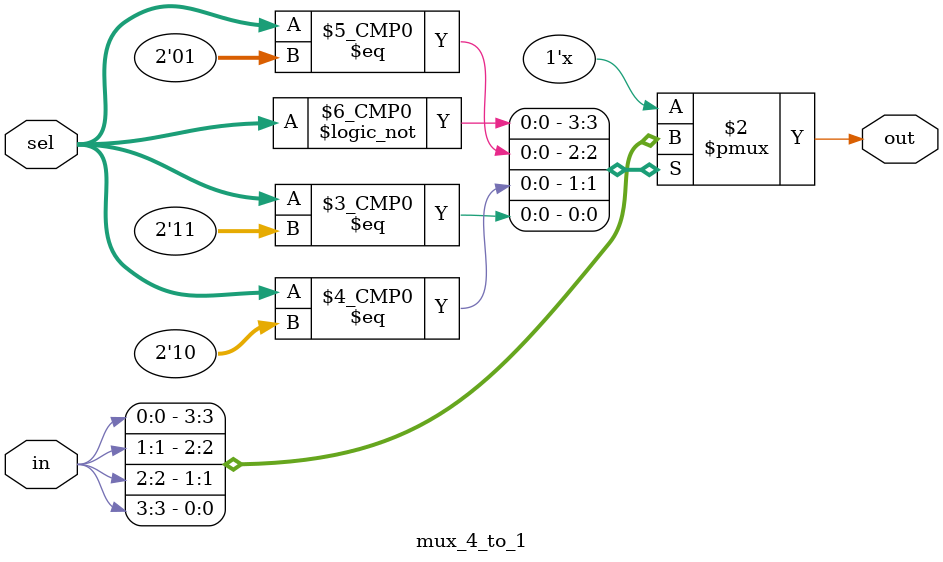
<source format=v>
module mux_4_to_1 (
    input [3:0] in,
    input [1:0] sel,
    output reg out
);

always @(*) begin
    case (sel)
        2'b00 : out = in[0];
        2'b01 : out = in[1];
        2'b10 : out = in[2];
        2'b11 : out = in[3];
    endcase
end

endmodule
</source>
